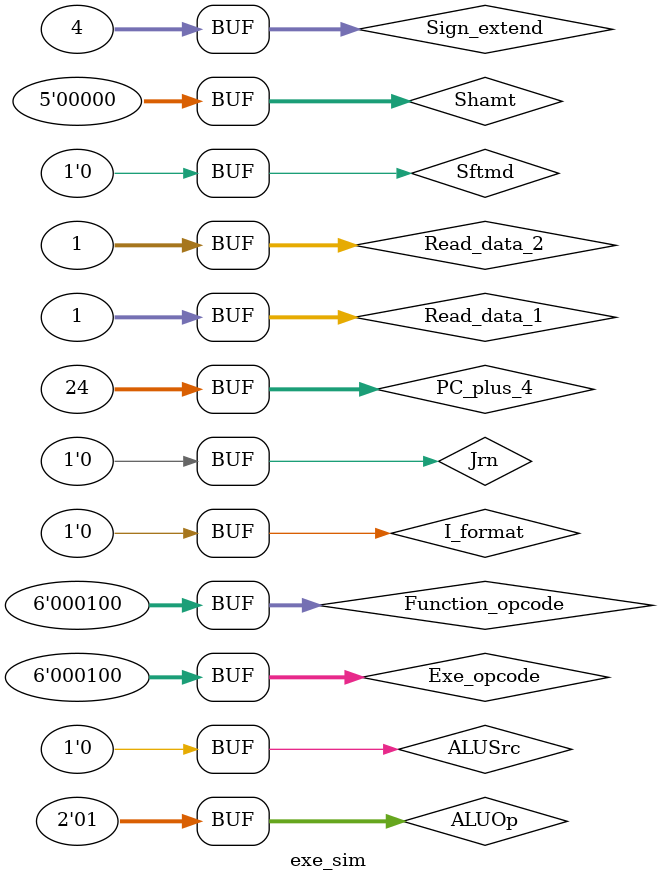
<source format=v>
`timescale 1ns / 1ps


module exe_sim(
    );
   // input
   reg[31:0]  Read_data_1 = 32'h00000005;		//r-form rs
   reg[31:0]  Read_data_2 = 32'h00000006;        //r-form rt
   reg[31:0]  Sign_extend = 32'hffffff40;        //i-form
   reg[5:0]   Function_opcode = 6'b100000;      //add 
   reg[5:0]   Exe_opcode = 6'b000000;          //op code
   reg[1:0]   ALUOp = 2'b10;
   reg[4:0]   Shamt = 5'b00000;
   reg        Sftmd = 1'b0;
   reg        ALUSrc = 1'b0;
   reg        I_format = 1'b0;
   reg         Jrn = 1'b0;
   reg[31:0]  PC_plus_4 = 32'h00000004;
    // output
   wire       Zero;
   wire[31:0] ALU_Result;
   wire[31:0] Add_Result;        //pc op        
 
    
   Executs32 Uexe(Read_data_1,Read_data_2,Sign_extend,Function_opcode,Exe_opcode,ALUOp,
                     Shamt,ALUSrc,I_format,Zero,Jrn,Sftmd,ALU_Result,Add_Result,PC_plus_4
                     );
    initial begin
       #200 begin Exe_opcode = 6'b001000;  //addi 
                Read_data_1 = 32'h00000003;		//r-form rs
                Read_data_2 = 32'h00000006;        //r-form rt
                Sign_extend = 32'hffffff40;  
                Function_opcode = 6'b100000;      //addi 
                ALUOp = 2'b10;
                Shamt = 5'b00000;
                Sftmd = 1'b0;
                ALUSrc = 1'b1;
                I_format = 1'b1;
                PC_plus_4 = 32'h00000008;
            end 
       #200 begin Exe_opcode = 6'b000000;  //and
                Read_data_1 = 32'h000000ff;        //r-form rs
                Read_data_2 = 32'h00000ff0;        //r-form rt
                Sign_extend = 32'hffffff40;  
                Function_opcode = 6'b100100;      //and 
                ALUOp = 2'b10;
                Shamt = 5'b00000;
                Sftmd = 1'b0;
                ALUSrc = 1'b0;
                I_format = 1'b0;
                PC_plus_4 = 32'h0000000c;
             end 
       #200 begin Exe_opcode = 6'b000000;  //sll
                Read_data_1 = 32'h00000001;        //r-form rs
                Read_data_2 = 32'h00000002;        //r-form rt
                Sign_extend = 32'hffffff40;  
                Function_opcode = 6'b000000;      //sll
                ALUOp = 2'b10;
                Shamt = 5'b00011;
                Sftmd = 1'b1;
                ALUSrc = 1'b0;
                I_format = 1'b0;
                PC_plus_4 = 32'h00000010;
           end 
       #200 begin Exe_opcode = 6'b001111;  // LUI
                Read_data_1 = 32'h00000001;        //r-form rs
                Read_data_2 = 32'h00000002;        //r-form rt
                Sign_extend = 32'h00000040;  
                Function_opcode = 6'b000000;      //LUI
                ALUOp = 2'b10;
                Shamt = 5'b00001;
                Sftmd = 1'b0;
                ALUSrc = 1'b1;
                I_format = 1'b1;
                PC_plus_4 = 32'h00000014;
            end 
       #200 begin Exe_opcode = 6'b000100;  // BEQ
                Read_data_1 = 32'h00000001;        //r-form rs
                Read_data_2 = 32'h00000001;        //r-form rt
                Sign_extend = 32'h00000004;  
                Function_opcode = 6'b000100;      //LUI
                ALUOp = 2'b01;
                Shamt = 5'b00000;
                Sftmd = 1'b0;
                ALUSrc = 1'b0;
                I_format = 1'b0;
                PC_plus_4 = 32'h00000018;
            end 
      end
endmodule

</source>
